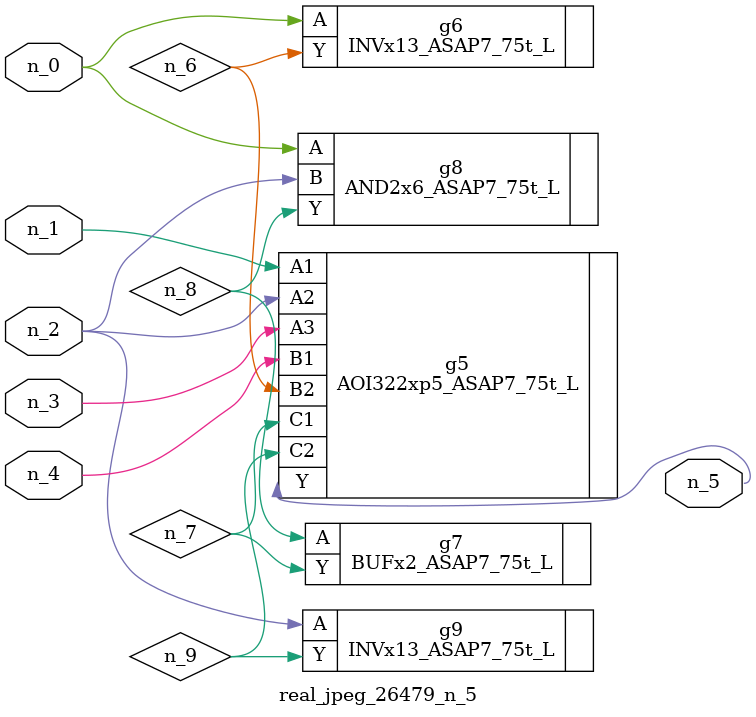
<source format=v>
module real_jpeg_26479_n_5 (n_4, n_0, n_1, n_2, n_3, n_5);

input n_4;
input n_0;
input n_1;
input n_2;
input n_3;

output n_5;

wire n_8;
wire n_6;
wire n_7;
wire n_9;

INVx13_ASAP7_75t_L g6 ( 
.A(n_0),
.Y(n_6)
);

AND2x6_ASAP7_75t_L g8 ( 
.A(n_0),
.B(n_2),
.Y(n_8)
);

AOI322xp5_ASAP7_75t_L g5 ( 
.A1(n_1),
.A2(n_2),
.A3(n_3),
.B1(n_4),
.B2(n_6),
.C1(n_7),
.C2(n_9),
.Y(n_5)
);

INVx13_ASAP7_75t_L g9 ( 
.A(n_2),
.Y(n_9)
);

BUFx2_ASAP7_75t_L g7 ( 
.A(n_8),
.Y(n_7)
);


endmodule
</source>
